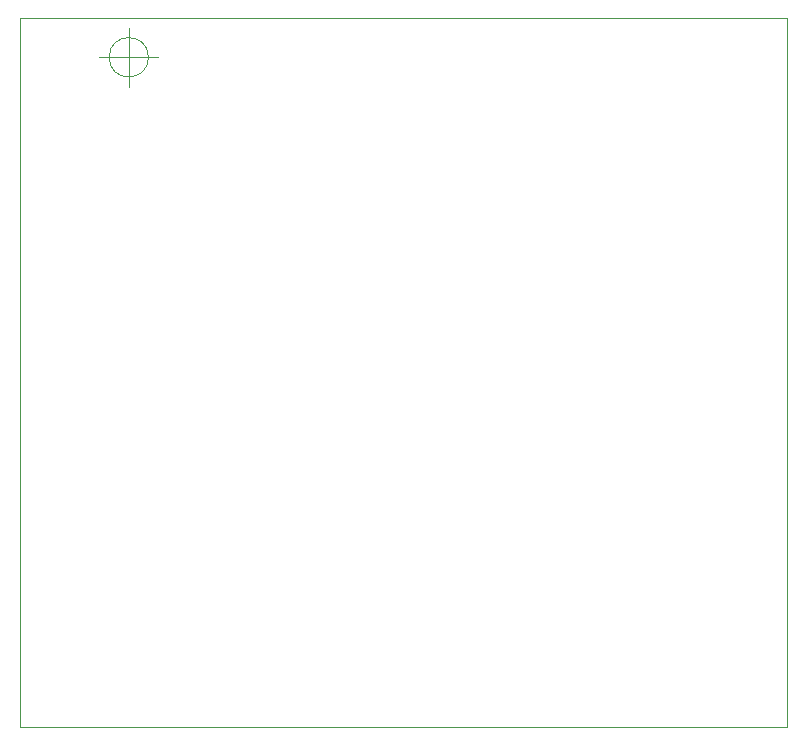
<source format=gbr>
G04 #@! TF.GenerationSoftware,KiCad,Pcbnew,5.1.4-e60b266~84~ubuntu18.04.1*
G04 #@! TF.CreationDate,2020-01-21T10:37:06-03:00*
G04 #@! TF.ProjectId,tecsci_dip,74656373-6369-45f6-9469-702e6b696361,v1.3*
G04 #@! TF.SameCoordinates,Original*
G04 #@! TF.FileFunction,Profile,NP*
%FSLAX46Y46*%
G04 Gerber Fmt 4.6, Leading zero omitted, Abs format (unit mm)*
G04 Created by KiCad (PCBNEW 5.1.4-e60b266~84~ubuntu18.04.1) date 2020-01-21 10:37:06*
%MOMM*%
%LPD*%
G04 APERTURE LIST*
%ADD10C,0.050000*%
G04 APERTURE END LIST*
D10*
X66916666Y-58300000D02*
G75*
G03X66916666Y-58300000I-1666666J0D01*
G01*
X62750000Y-58300000D02*
X67750000Y-58300000D01*
X65250000Y-55800000D02*
X65250000Y-60800000D01*
X56000000Y-115000000D02*
X121000000Y-115000000D01*
X56000000Y-55000000D02*
X56000000Y-115000000D01*
X121000000Y-55000000D02*
X56000000Y-55000000D01*
X121000000Y-115000000D02*
X121000000Y-55000000D01*
M02*

</source>
